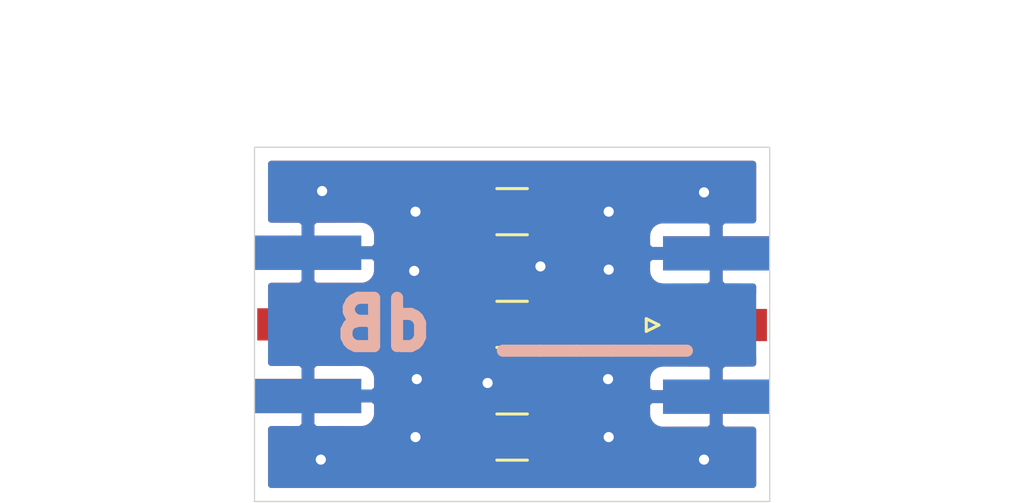
<source format=kicad_pcb>
(kicad_pcb (version 20171130) (host pcbnew "(5.1.10)-1")

  (general
    (thickness 1.6)
    (drawings 7)
    (tracks 18)
    (zones 0)
    (modules 5)
    (nets 4)
  )

  (page A4)
  (layers
    (0 F.Cu signal)
    (31 B.Cu signal)
    (32 B.Adhes user hide)
    (33 F.Adhes user hide)
    (34 B.Paste user)
    (35 F.Paste user)
    (36 B.SilkS user)
    (37 F.SilkS user)
    (38 B.Mask user hide)
    (39 F.Mask user hide)
    (40 Dwgs.User user)
    (41 Cmts.User user)
    (42 Eco1.User user)
    (43 Eco2.User user)
    (44 Edge.Cuts user)
    (45 Margin user)
    (46 B.CrtYd user)
    (47 F.CrtYd user)
    (48 B.Fab user)
    (49 F.Fab user)
  )

  (setup
    (last_trace_width 0.25)
    (user_trace_width 0.635)
    (trace_clearance 0.2)
    (zone_clearance 0.508)
    (zone_45_only no)
    (trace_min 0.2)
    (via_size 0.8)
    (via_drill 0.4)
    (via_min_size 0.4)
    (via_min_drill 0.3)
    (uvia_size 0.3)
    (uvia_drill 0.1)
    (uvias_allowed no)
    (uvia_min_size 0.2)
    (uvia_min_drill 0.1)
    (edge_width 0.05)
    (segment_width 0.2)
    (pcb_text_width 0.3)
    (pcb_text_size 1.5 1.5)
    (mod_edge_width 0.12)
    (mod_text_size 1 1)
    (mod_text_width 0.15)
    (pad_size 1.524 1.524)
    (pad_drill 0.762)
    (pad_to_mask_clearance 0)
    (aux_axis_origin 0 0)
    (grid_origin 27.94 22.86)
    (visible_elements 7FFFFF7F)
    (pcbplotparams
      (layerselection 0x010f0_ffffffff)
      (usegerberextensions true)
      (usegerberattributes true)
      (usegerberadvancedattributes true)
      (creategerberjobfile true)
      (excludeedgelayer true)
      (linewidth 0.100000)
      (plotframeref false)
      (viasonmask false)
      (mode 1)
      (useauxorigin true)
      (hpglpennumber 1)
      (hpglpenspeed 20)
      (hpglpendiameter 15.000000)
      (psnegative false)
      (psa4output false)
      (plotreference true)
      (plotvalue true)
      (plotinvisibletext false)
      (padsonsilk false)
      (subtractmaskfromsilk false)
      (outputformat 1)
      (mirror false)
      (drillshape 0)
      (scaleselection 1)
      (outputdirectory "PLOTS/"))
  )

  (net 0 "")
  (net 1 "Net-(P1-Pad1)")
  (net 2 "Net-(P6-Pad1)")
  (net 3 /G03)

  (net_class Default "This is the default net class."
    (clearance 0.2)
    (trace_width 0.25)
    (via_dia 0.8)
    (via_drill 0.4)
    (uvia_dia 0.3)
    (uvia_drill 0.1)
    (add_net /G03)
    (add_net "Net-(P1-Pad1)")
    (add_net "Net-(P6-Pad1)")
  )

  (module Resistor_SMD:R_1206_3216Metric_Pad1.42x1.75mm_HandSolder (layer F.Cu) (tedit 5B301BBD) (tstamp 6138F2F8)
    (at 38.1 25.4)
    (descr "Resistor SMD 1206 (3216 Metric), square (rectangular) end terminal, IPC_7351 nominal with elongated pad for handsoldering. (Body size source: http://www.tortai-tech.com/upload/download/2011102023233369053.pdf), generated with kicad-footprint-generator")
    (tags "resistor handsolder")
    (path /6139004A)
    (attr smd)
    (fp_text reference R1 (at 0 -1.82) (layer F.SilkS) hide
      (effects (font (size 1 1) (thickness 0.15)))
    )
    (fp_text value R_Small (at 0 1.82) (layer F.Fab) hide
      (effects (font (size 1 1) (thickness 0.15)))
    )
    (fp_line (start -1.6 0.8) (end -1.6 -0.8) (layer F.Fab) (width 0.1))
    (fp_line (start -1.6 -0.8) (end 1.6 -0.8) (layer F.Fab) (width 0.1))
    (fp_line (start 1.6 -0.8) (end 1.6 0.8) (layer F.Fab) (width 0.1))
    (fp_line (start 1.6 0.8) (end -1.6 0.8) (layer F.Fab) (width 0.1))
    (fp_line (start -0.602064 -0.91) (end 0.602064 -0.91) (layer F.SilkS) (width 0.12))
    (fp_line (start -0.602064 0.91) (end 0.602064 0.91) (layer F.SilkS) (width 0.12))
    (fp_line (start -2.45 1.12) (end -2.45 -1.12) (layer F.CrtYd) (width 0.05))
    (fp_line (start -2.45 -1.12) (end 2.45 -1.12) (layer F.CrtYd) (width 0.05))
    (fp_line (start 2.45 -1.12) (end 2.45 1.12) (layer F.CrtYd) (width 0.05))
    (fp_line (start 2.45 1.12) (end -2.45 1.12) (layer F.CrtYd) (width 0.05))
    (fp_text user %R (at 0 0) (layer F.Fab) hide
      (effects (font (size 0.8 0.8) (thickness 0.12)))
    )
    (pad 1 smd roundrect (at -1.4875 0) (size 1.425 1.75) (layers F.Cu F.Paste F.Mask) (roundrect_rratio 0.1754385964912281)
      (net 1 "Net-(P1-Pad1)"))
    (pad 2 smd roundrect (at 1.4875 0) (size 1.425 1.75) (layers F.Cu F.Paste F.Mask) (roundrect_rratio 0.1754385964912281)
      (net 3 /G03))
    (model ${KISYS3DMOD}/Resistor_SMD.3dshapes/R_1206_3216Metric.wrl
      (at (xyz 0 0 0))
      (scale (xyz 1 1 1))
      (rotate (xyz 0 0 0))
    )
  )

  (module Resistor_SMD:R_1206_3216Metric_Pad1.42x1.75mm_HandSolder (layer F.Cu) (tedit 5B301BBD) (tstamp 6138F34D)
    (at 38.1 29.845 180)
    (descr "Resistor SMD 1206 (3216 Metric), square (rectangular) end terminal, IPC_7351 nominal with elongated pad for handsoldering. (Body size source: http://www.tortai-tech.com/upload/download/2011102023233369053.pdf), generated with kicad-footprint-generator")
    (tags "resistor handsolder")
    (path /6139064F)
    (attr smd)
    (fp_text reference R2 (at 0 -1.82) (layer F.SilkS) hide
      (effects (font (size 1 1) (thickness 0.15)))
    )
    (fp_text value R_Small (at 0 1.82) (layer F.Fab) hide
      (effects (font (size 1 1) (thickness 0.15)))
    )
    (fp_line (start 2.45 1.12) (end -2.45 1.12) (layer F.CrtYd) (width 0.05))
    (fp_line (start 2.45 -1.12) (end 2.45 1.12) (layer F.CrtYd) (width 0.05))
    (fp_line (start -2.45 -1.12) (end 2.45 -1.12) (layer F.CrtYd) (width 0.05))
    (fp_line (start -2.45 1.12) (end -2.45 -1.12) (layer F.CrtYd) (width 0.05))
    (fp_line (start -0.602064 0.91) (end 0.602064 0.91) (layer F.SilkS) (width 0.12))
    (fp_line (start -0.602064 -0.91) (end 0.602064 -0.91) (layer F.SilkS) (width 0.12))
    (fp_line (start 1.6 0.8) (end -1.6 0.8) (layer F.Fab) (width 0.1))
    (fp_line (start 1.6 -0.8) (end 1.6 0.8) (layer F.Fab) (width 0.1))
    (fp_line (start -1.6 -0.8) (end 1.6 -0.8) (layer F.Fab) (width 0.1))
    (fp_line (start -1.6 0.8) (end -1.6 -0.8) (layer F.Fab) (width 0.1))
    (fp_text user %R (at 0 0) (layer F.Fab) hide
      (effects (font (size 0.8 0.8) (thickness 0.12)))
    )
    (pad 2 smd roundrect (at 1.4875 0 180) (size 1.425 1.75) (layers F.Cu F.Paste F.Mask) (roundrect_rratio 0.1754385964912281)
      (net 1 "Net-(P1-Pad1)"))
    (pad 1 smd roundrect (at -1.4875 0 180) (size 1.425 1.75) (layers F.Cu F.Paste F.Mask) (roundrect_rratio 0.1754385964912281)
      (net 2 "Net-(P6-Pad1)"))
    (model ${KISYS3DMOD}/Resistor_SMD.3dshapes/R_1206_3216Metric.wrl
      (at (xyz 0 0 0))
      (scale (xyz 1 1 1))
      (rotate (xyz 0 0 0))
    )
  )

  (module Resistor_SMD:R_1206_3216Metric_Pad1.42x1.75mm_HandSolder (layer F.Cu) (tedit 5B301BBD) (tstamp 6138F3A2)
    (at 38.1 34.29 180)
    (descr "Resistor SMD 1206 (3216 Metric), square (rectangular) end terminal, IPC_7351 nominal with elongated pad for handsoldering. (Body size source: http://www.tortai-tech.com/upload/download/2011102023233369053.pdf), generated with kicad-footprint-generator")
    (tags "resistor handsolder")
    (path /61390EE9)
    (attr smd)
    (fp_text reference R3 (at 0 -1.82) (layer F.SilkS) hide
      (effects (font (size 1 1) (thickness 0.15)))
    )
    (fp_text value R_Small (at 0 1.82) (layer F.Fab) hide
      (effects (font (size 1 1) (thickness 0.15)))
    )
    (fp_line (start -1.6 0.8) (end -1.6 -0.8) (layer F.Fab) (width 0.1))
    (fp_line (start -1.6 -0.8) (end 1.6 -0.8) (layer F.Fab) (width 0.1))
    (fp_line (start 1.6 -0.8) (end 1.6 0.8) (layer F.Fab) (width 0.1))
    (fp_line (start 1.6 0.8) (end -1.6 0.8) (layer F.Fab) (width 0.1))
    (fp_line (start -0.602064 -0.91) (end 0.602064 -0.91) (layer F.SilkS) (width 0.12))
    (fp_line (start -0.602064 0.91) (end 0.602064 0.91) (layer F.SilkS) (width 0.12))
    (fp_line (start -2.45 1.12) (end -2.45 -1.12) (layer F.CrtYd) (width 0.05))
    (fp_line (start -2.45 -1.12) (end 2.45 -1.12) (layer F.CrtYd) (width 0.05))
    (fp_line (start 2.45 -1.12) (end 2.45 1.12) (layer F.CrtYd) (width 0.05))
    (fp_line (start 2.45 1.12) (end -2.45 1.12) (layer F.CrtYd) (width 0.05))
    (fp_text user %R (at 0 0) (layer F.Fab) hide
      (effects (font (size 0.8 0.8) (thickness 0.12)))
    )
    (pad 1 smd roundrect (at -1.4875 0 180) (size 1.425 1.75) (layers F.Cu F.Paste F.Mask) (roundrect_rratio 0.1754385964912281)
      (net 2 "Net-(P6-Pad1)"))
    (pad 2 smd roundrect (at 1.4875 0 180) (size 1.425 1.75) (layers F.Cu F.Paste F.Mask) (roundrect_rratio 0.1754385964912281)
      (net 3 /G03))
    (model ${KISYS3DMOD}/Resistor_SMD.3dshapes/R_1206_3216Metric.wrl
      (at (xyz 0 0 0))
      (scale (xyz 1 1 1))
      (rotate (xyz 0 0 0))
    )
  )

  (module Connector_Coaxial:SMA_Samtec_SMA-J-P-H-ST-EM1_EdgeMount (layer F.Cu) (tedit 5BA382C0) (tstamp 615A06A1)
    (at 30.0482 29.845 180)
    (descr http://suddendocs.samtec.com/prints/sma-j-p-x-st-em1-mkt.pdf)
    (tags SMA)
    (path /6138F9CC)
    (attr smd)
    (fp_text reference P1 (at -3.5 0 90) (layer F.SilkS) hide
      (effects (font (size 1 1) (thickness 0.15)))
    )
    (fp_text value SMA (at 5 5.9) (layer F.Fab)
      (effects (font (size 1 1) (thickness 0.15)))
    )
    (fp_line (start 2.1 -3.5) (end 2.1 3.5) (layer Dwgs.User) (width 0.1))
    (fp_line (start 3 4.5) (end 3 4) (layer B.CrtYd) (width 0.05))
    (fp_line (start 12.12 4.5) (end 3 4.5) (layer B.CrtYd) (width 0.05))
    (fp_line (start 3 -4.5) (end 3 -4) (layer B.CrtYd) (width 0.05))
    (fp_line (start 12.12 -4.5) (end 3 -4.5) (layer B.CrtYd) (width 0.05))
    (fp_line (start 3 -4.5) (end 3 -4) (layer F.CrtYd) (width 0.05))
    (fp_line (start 12.12 -4.5) (end 3 -4.5) (layer F.CrtYd) (width 0.05))
    (fp_line (start 3 4.5) (end 3 4) (layer F.CrtYd) (width 0.05))
    (fp_line (start 12.12 4.5) (end 3 4.5) (layer F.CrtYd) (width 0.05))
    (fp_line (start -1.71 3.175) (end 11.62 3.175) (layer F.Fab) (width 0.1))
    (fp_line (start -1.71 2.365) (end -1.71 3.175) (layer F.Fab) (width 0.1))
    (fp_line (start 2.1 2.365) (end -1.71 2.365) (layer F.Fab) (width 0.1))
    (fp_line (start 2.1 -2.365) (end 2.1 2.365) (layer F.Fab) (width 0.1))
    (fp_line (start -1.71 -2.365) (end 2.1 -2.365) (layer F.Fab) (width 0.1))
    (fp_line (start -1.71 -3.175) (end -1.71 -2.365) (layer F.Fab) (width 0.1))
    (fp_line (start -1.71 -3.175) (end 11.62 -3.175) (layer F.Fab) (width 0.1))
    (fp_line (start 11.62 -3.165) (end 11.62 3.165) (layer F.Fab) (width 0.1))
    (fp_line (start -2.6 4) (end -2.6 -4) (layer B.CrtYd) (width 0.05))
    (fp_line (start 3 4) (end -2.6 4) (layer B.CrtYd) (width 0.05))
    (fp_line (start 12.12 -4.5) (end 12.12 4.5) (layer B.CrtYd) (width 0.05))
    (fp_line (start 3 -4) (end -2.6 -4) (layer B.CrtYd) (width 0.05))
    (fp_line (start -2.6 4) (end -2.6 -4) (layer F.CrtYd) (width 0.05))
    (fp_line (start 3 4) (end -2.6 4) (layer F.CrtYd) (width 0.05))
    (fp_line (start 12.12 -4.5) (end 12.12 4.5) (layer F.CrtYd) (width 0.05))
    (fp_line (start 3 -4) (end -2.6 -4) (layer F.CrtYd) (width 0.05))
    (fp_line (start 2.1 -0.75) (end 3.1 0) (layer F.Fab) (width 0.1))
    (fp_line (start 3.1 0) (end 2.1 0.75) (layer F.Fab) (width 0.1))
    (fp_line (start -2.26 0) (end -2.76 -0.25) (layer F.SilkS) (width 0.12))
    (fp_line (start -2.76 -0.25) (end -2.76 0.25) (layer F.SilkS) (width 0.12))
    (fp_line (start -2.76 0.25) (end -2.26 0) (layer F.SilkS) (width 0.12))
    (fp_text user "PCB Edge" (at 2.6 0 90) (layer Dwgs.User)
      (effects (font (size 0.5 0.5) (thickness 0.1)))
    )
    (fp_text user %R (at 4.79 0 270) (layer F.Fab)
      (effects (font (size 1 1) (thickness 0.15)))
    )
    (pad 1 smd rect (at 0.2 0 270) (size 1.27 3.6) (layers F.Cu F.Paste F.Mask)
      (net 1 "Net-(P1-Pad1)"))
    (pad 2 smd rect (at 0 -2.825 270) (size 1.35 4.2) (layers F.Cu F.Paste F.Mask)
      (net 3 /G03))
    (pad 2 smd rect (at 0 2.825 270) (size 1.35 4.2) (layers F.Cu F.Paste F.Mask)
      (net 3 /G03))
    (pad 2 smd rect (at 0 -2.825 270) (size 1.35 4.2) (layers B.Cu B.Paste B.Mask)
      (net 3 /G03))
    (pad 2 smd rect (at 0 2.825 270) (size 1.35 4.2) (layers B.Cu B.Paste B.Mask)
      (net 3 /G03))
    (model ${KISYS3DMOD}/Connector_Coaxial.3dshapes/SMA_Samtec_SMA-J-P-H-ST-EM1_EdgeMount.wrl
      (at (xyz 0 0 0))
      (scale (xyz 1 1 1))
      (rotate (xyz 0 0 0))
    )
  )

  (module Connector_Coaxial:SMA_Samtec_SMA-J-P-H-ST-EM1_EdgeMount (layer F.Cu) (tedit 5BA382C0) (tstamp 615A06C9)
    (at 46.1518 29.8704)
    (descr http://suddendocs.samtec.com/prints/sma-j-p-x-st-em1-mkt.pdf)
    (tags SMA)
    (path /6138EE5C)
    (attr smd)
    (fp_text reference P6 (at -3.5 0 90) (layer F.SilkS) hide
      (effects (font (size 1 1) (thickness 0.15)))
    )
    (fp_text value SMA (at 5 5.9) (layer F.Fab)
      (effects (font (size 1 1) (thickness 0.15)))
    )
    (fp_line (start -2.76 0.25) (end -2.26 0) (layer F.SilkS) (width 0.12))
    (fp_line (start -2.76 -0.25) (end -2.76 0.25) (layer F.SilkS) (width 0.12))
    (fp_line (start -2.26 0) (end -2.76 -0.25) (layer F.SilkS) (width 0.12))
    (fp_line (start 3.1 0) (end 2.1 0.75) (layer F.Fab) (width 0.1))
    (fp_line (start 2.1 -0.75) (end 3.1 0) (layer F.Fab) (width 0.1))
    (fp_line (start 3 -4) (end -2.6 -4) (layer F.CrtYd) (width 0.05))
    (fp_line (start 12.12 -4.5) (end 12.12 4.5) (layer F.CrtYd) (width 0.05))
    (fp_line (start 3 4) (end -2.6 4) (layer F.CrtYd) (width 0.05))
    (fp_line (start -2.6 4) (end -2.6 -4) (layer F.CrtYd) (width 0.05))
    (fp_line (start 3 -4) (end -2.6 -4) (layer B.CrtYd) (width 0.05))
    (fp_line (start 12.12 -4.5) (end 12.12 4.5) (layer B.CrtYd) (width 0.05))
    (fp_line (start 3 4) (end -2.6 4) (layer B.CrtYd) (width 0.05))
    (fp_line (start -2.6 4) (end -2.6 -4) (layer B.CrtYd) (width 0.05))
    (fp_line (start 11.62 -3.165) (end 11.62 3.165) (layer F.Fab) (width 0.1))
    (fp_line (start -1.71 -3.175) (end 11.62 -3.175) (layer F.Fab) (width 0.1))
    (fp_line (start -1.71 -3.175) (end -1.71 -2.365) (layer F.Fab) (width 0.1))
    (fp_line (start -1.71 -2.365) (end 2.1 -2.365) (layer F.Fab) (width 0.1))
    (fp_line (start 2.1 -2.365) (end 2.1 2.365) (layer F.Fab) (width 0.1))
    (fp_line (start 2.1 2.365) (end -1.71 2.365) (layer F.Fab) (width 0.1))
    (fp_line (start -1.71 2.365) (end -1.71 3.175) (layer F.Fab) (width 0.1))
    (fp_line (start -1.71 3.175) (end 11.62 3.175) (layer F.Fab) (width 0.1))
    (fp_line (start 12.12 4.5) (end 3 4.5) (layer F.CrtYd) (width 0.05))
    (fp_line (start 3 4.5) (end 3 4) (layer F.CrtYd) (width 0.05))
    (fp_line (start 12.12 -4.5) (end 3 -4.5) (layer F.CrtYd) (width 0.05))
    (fp_line (start 3 -4.5) (end 3 -4) (layer F.CrtYd) (width 0.05))
    (fp_line (start 12.12 -4.5) (end 3 -4.5) (layer B.CrtYd) (width 0.05))
    (fp_line (start 3 -4.5) (end 3 -4) (layer B.CrtYd) (width 0.05))
    (fp_line (start 12.12 4.5) (end 3 4.5) (layer B.CrtYd) (width 0.05))
    (fp_line (start 3 4.5) (end 3 4) (layer B.CrtYd) (width 0.05))
    (fp_line (start 2.1 -3.5) (end 2.1 3.5) (layer Dwgs.User) (width 0.1))
    (fp_text user %R (at 4.79 0 270) (layer F.Fab)
      (effects (font (size 1 1) (thickness 0.15)))
    )
    (fp_text user "PCB Edge" (at 2.6 0 90) (layer Dwgs.User)
      (effects (font (size 0.5 0.5) (thickness 0.1)))
    )
    (pad 2 smd rect (at 0 2.825 90) (size 1.35 4.2) (layers B.Cu B.Paste B.Mask)
      (net 3 /G03))
    (pad 2 smd rect (at 0 -2.825 90) (size 1.35 4.2) (layers B.Cu B.Paste B.Mask)
      (net 3 /G03))
    (pad 2 smd rect (at 0 2.825 90) (size 1.35 4.2) (layers F.Cu F.Paste F.Mask)
      (net 3 /G03))
    (pad 2 smd rect (at 0 -2.825 90) (size 1.35 4.2) (layers F.Cu F.Paste F.Mask)
      (net 3 /G03))
    (pad 1 smd rect (at 0.2 0 90) (size 1.27 3.6) (layers F.Cu F.Paste F.Mask)
      (net 2 "Net-(P6-Pad1)"))
    (model ${KISYS3DMOD}/Connector_Coaxial.3dshapes/SMA_Samtec_SMA-J-P-H-ST-EM1_EdgeMount.wrl
      (at (xyz 0 0 0))
      (scale (xyz 1 1 1))
      (rotate (xyz 0 0 0))
    )
  )

  (dimension 13.97 (width 0.15) (layer Dwgs.User)
    (gr_text "0.5500 in" (at 53.37 29.845 90) (layer Dwgs.User)
      (effects (font (size 1 1) (thickness 0.15)))
    )
    (feature1 (pts (xy 48.26 22.86) (xy 52.656421 22.86)))
    (feature2 (pts (xy 48.26 36.83) (xy 52.656421 36.83)))
    (crossbar (pts (xy 52.07 36.83) (xy 52.07 22.86)))
    (arrow1a (pts (xy 52.07 22.86) (xy 52.656421 23.986504)))
    (arrow1b (pts (xy 52.07 22.86) (xy 51.483579 23.986504)))
    (arrow2a (pts (xy 52.07 36.83) (xy 52.656421 35.703496)))
    (arrow2b (pts (xy 52.07 36.83) (xy 51.483579 35.703496)))
  )
  (gr_line (start 48.26 36.83) (end 48.26 22.86) (layer Edge.Cuts) (width 0.05) (tstamp 6144C5EB))
  (gr_line (start 27.94 36.83) (end 48.26 36.83) (layer Edge.Cuts) (width 0.05))
  (gr_line (start 27.94 22.86) (end 27.94 36.83) (layer Edge.Cuts) (width 0.05))
  (gr_text "_____  dB" (at 38.1 29.845) (layer B.SilkS)
    (effects (font (size 1.905 1.905) (thickness 0.47625)) (justify mirror))
  )
  (dimension 20.32 (width 0.15) (layer Dwgs.User)
    (gr_text "0.8000 in" (at 38.1 17.75) (layer Dwgs.User)
      (effects (font (size 1 1) (thickness 0.15)))
    )
    (feature1 (pts (xy 48.26 22.86) (xy 48.26 18.463579)))
    (feature2 (pts (xy 27.94 22.86) (xy 27.94 18.463579)))
    (crossbar (pts (xy 27.94 19.05) (xy 48.26 19.05)))
    (arrow1a (pts (xy 48.26 19.05) (xy 47.133496 19.636421)))
    (arrow1b (pts (xy 48.26 19.05) (xy 47.133496 18.463579)))
    (arrow2a (pts (xy 27.94 19.05) (xy 29.066504 19.636421)))
    (arrow2b (pts (xy 27.94 19.05) (xy 29.066504 18.463579)))
  )
  (gr_line (start 27.94 22.86) (end 48.26 22.86) (layer Edge.Cuts) (width 0.05))

  (segment (start 30.48 29.845) (end 36.6125 29.845) (width 0.635) (layer F.Cu) (net 1) (status 30))
  (segment (start 36.6125 25.4) (end 36.6125 29.845) (width 0.635) (layer F.Cu) (net 1) (status 30))
  (segment (start 45.72 29.845) (end 39.5875 29.845) (width 0.635) (layer F.Cu) (net 2) (status 30))
  (segment (start 39.5875 34.29) (end 39.5875 29.845) (width 0.635) (layer F.Cu) (net 2) (status 30))
  (via (at 34.29 25.4) (size 0.8) (drill 0.4) (layers F.Cu B.Cu) (net 3))
  (via (at 41.91 25.4) (size 0.8) (drill 0.4) (layers F.Cu B.Cu) (net 3))
  (via (at 41.91 34.29) (size 0.8) (drill 0.4) (layers F.Cu B.Cu) (net 3))
  (via (at 34.29 34.29) (size 0.8) (drill 0.4) (layers F.Cu B.Cu) (net 3))
  (via (at 34.2392 27.7368) (size 0.8) (drill 0.4) (layers F.Cu B.Cu) (net 3))
  (via (at 34.3408 32.004) (size 0.8) (drill 0.4) (layers F.Cu B.Cu) (net 3))
  (via (at 41.8846 32.004) (size 0.8) (drill 0.4) (layers F.Cu B.Cu) (net 3))
  (via (at 41.91 27.686) (size 0.8) (drill 0.4) (layers F.Cu B.Cu) (net 3))
  (via (at 30.607 24.5872) (size 0.8) (drill 0.4) (layers F.Cu B.Cu) (net 3))
  (via (at 45.6692 24.638) (size 0.8) (drill 0.4) (layers F.Cu B.Cu) (net 3))
  (via (at 45.6692 35.179) (size 0.8) (drill 0.4) (layers F.Cu B.Cu) (net 3))
  (via (at 30.5562 35.179) (size 0.8) (drill 0.4) (layers F.Cu B.Cu) (net 3))
  (via (at 37.1348 32.1564) (size 0.8) (drill 0.4) (layers F.Cu B.Cu) (net 3))
  (via (at 39.2176 27.559) (size 0.8) (drill 0.4) (layers F.Cu B.Cu) (net 3))

  (zone (net 3) (net_name /G03) (layer F.Cu) (tstamp 6144C72F) (hatch edge 0.508)
    (connect_pads (clearance 0.508))
    (min_thickness 0.254)
    (fill yes (arc_segments 32) (thermal_gap 0.508) (thermal_bridge_width 0.508))
    (polygon
      (pts
        (xy 48.2346 36.4744) (xy 27.9146 36.4744) (xy 27.9146 23.3426) (xy 48.2346 23.3426)
      )
    )
    (filled_polygon
      (pts
        (xy 47.600001 25.733432) (xy 46.43755 25.7354) (xy 46.2788 25.89415) (xy 46.2788 26.9184) (xy 46.2988 26.9184)
        (xy 46.2988 27.1724) (xy 46.2788 27.1724) (xy 46.2788 28.19665) (xy 46.43755 28.3554) (xy 47.600001 28.357368)
        (xy 47.600001 28.597328) (xy 44.5518 28.597328) (xy 44.427318 28.609588) (xy 44.30762 28.645898) (xy 44.197306 28.704863)
        (xy 44.100615 28.784215) (xy 44.021263 28.880906) (xy 44.015066 28.8925) (xy 40.874218 28.8925) (xy 40.870472 28.88015)
        (xy 40.788405 28.726614) (xy 40.677962 28.592038) (xy 40.543386 28.481595) (xy 40.38985 28.399528) (xy 40.223254 28.348992)
        (xy 40.05 28.331928) (xy 39.125 28.331928) (xy 38.951746 28.348992) (xy 38.78515 28.399528) (xy 38.631614 28.481595)
        (xy 38.497038 28.592038) (xy 38.386595 28.726614) (xy 38.304528 28.88015) (xy 38.253992 29.046746) (xy 38.236928 29.22)
        (xy 38.236928 30.47) (xy 38.253992 30.643254) (xy 38.304528 30.80985) (xy 38.386595 30.963386) (xy 38.497038 31.097962)
        (xy 38.631614 31.208405) (xy 38.635001 31.210215) (xy 38.635 32.924785) (xy 38.631614 32.926595) (xy 38.497038 33.037038)
        (xy 38.386595 33.171614) (xy 38.304528 33.32515) (xy 38.253992 33.491746) (xy 38.236928 33.665) (xy 38.236928 34.915)
        (xy 38.253992 35.088254) (xy 38.304528 35.25485) (xy 38.386595 35.408386) (xy 38.497038 35.542962) (xy 38.631614 35.653405)
        (xy 38.78515 35.735472) (xy 38.951746 35.786008) (xy 39.125 35.803072) (xy 40.05 35.803072) (xy 40.223254 35.786008)
        (xy 40.38985 35.735472) (xy 40.543386 35.653405) (xy 40.677962 35.542962) (xy 40.788405 35.408386) (xy 40.870472 35.25485)
        (xy 40.921008 35.088254) (xy 40.938072 34.915) (xy 40.938072 33.665) (xy 40.921008 33.491746) (xy 40.884199 33.3704)
        (xy 43.413728 33.3704) (xy 43.425988 33.494882) (xy 43.462298 33.61458) (xy 43.521263 33.724894) (xy 43.600615 33.821585)
        (xy 43.697306 33.900937) (xy 43.80762 33.959902) (xy 43.927318 33.996212) (xy 44.0518 34.008472) (xy 45.86605 34.0054)
        (xy 46.0248 33.84665) (xy 46.0248 32.8224) (xy 43.57555 32.8224) (xy 43.4168 32.98115) (xy 43.413728 33.3704)
        (xy 40.884199 33.3704) (xy 40.870472 33.32515) (xy 40.788405 33.171614) (xy 40.677962 33.037038) (xy 40.543386 32.926595)
        (xy 40.54 32.924785) (xy 40.54 32.0204) (xy 43.413728 32.0204) (xy 43.4168 32.40965) (xy 43.57555 32.5684)
        (xy 46.0248 32.5684) (xy 46.0248 31.54415) (xy 45.86605 31.3854) (xy 44.0518 31.382328) (xy 43.927318 31.394588)
        (xy 43.80762 31.430898) (xy 43.697306 31.489863) (xy 43.600615 31.569215) (xy 43.521263 31.665906) (xy 43.462298 31.77622)
        (xy 43.425988 31.895918) (xy 43.413728 32.0204) (xy 40.54 32.0204) (xy 40.54 31.210215) (xy 40.543386 31.208405)
        (xy 40.677962 31.097962) (xy 40.788405 30.963386) (xy 40.870472 30.80985) (xy 40.874218 30.7975) (xy 43.987912 30.7975)
        (xy 44.021263 30.859894) (xy 44.100615 30.956585) (xy 44.197306 31.035937) (xy 44.30762 31.094902) (xy 44.427318 31.131212)
        (xy 44.5518 31.143472) (xy 47.6 31.143472) (xy 47.6 31.383432) (xy 46.43755 31.3854) (xy 46.2788 31.54415)
        (xy 46.2788 32.5684) (xy 46.2988 32.5684) (xy 46.2988 32.8224) (xy 46.2788 32.8224) (xy 46.2788 33.84665)
        (xy 46.43755 34.0054) (xy 47.6 34.007368) (xy 47.6 36.17) (xy 28.6 36.17) (xy 28.6 35.165)
        (xy 35.261928 35.165) (xy 35.274188 35.289482) (xy 35.310498 35.40918) (xy 35.369463 35.519494) (xy 35.448815 35.616185)
        (xy 35.545506 35.695537) (xy 35.65582 35.754502) (xy 35.775518 35.790812) (xy 35.9 35.803072) (xy 36.32675 35.8)
        (xy 36.4855 35.64125) (xy 36.4855 34.417) (xy 36.7395 34.417) (xy 36.7395 35.64125) (xy 36.89825 35.8)
        (xy 37.325 35.803072) (xy 37.449482 35.790812) (xy 37.56918 35.754502) (xy 37.679494 35.695537) (xy 37.776185 35.616185)
        (xy 37.855537 35.519494) (xy 37.914502 35.40918) (xy 37.950812 35.289482) (xy 37.963072 35.165) (xy 37.96 34.57575)
        (xy 37.80125 34.417) (xy 36.7395 34.417) (xy 36.4855 34.417) (xy 35.42375 34.417) (xy 35.265 34.57575)
        (xy 35.261928 35.165) (xy 28.6 35.165) (xy 28.6 33.981968) (xy 29.76245 33.98) (xy 29.9212 33.82125)
        (xy 29.9212 32.797) (xy 30.1752 32.797) (xy 30.1752 33.82125) (xy 30.33395 33.98) (xy 32.1482 33.983072)
        (xy 32.272682 33.970812) (xy 32.39238 33.934502) (xy 32.502694 33.875537) (xy 32.599385 33.796185) (xy 32.678737 33.699494)
        (xy 32.737702 33.58918) (xy 32.774012 33.469482) (xy 32.779377 33.415) (xy 35.261928 33.415) (xy 35.265 34.00425)
        (xy 35.42375 34.163) (xy 36.4855 34.163) (xy 36.4855 32.93875) (xy 36.7395 32.93875) (xy 36.7395 34.163)
        (xy 37.80125 34.163) (xy 37.96 34.00425) (xy 37.963072 33.415) (xy 37.950812 33.290518) (xy 37.914502 33.17082)
        (xy 37.855537 33.060506) (xy 37.776185 32.963815) (xy 37.679494 32.884463) (xy 37.56918 32.825498) (xy 37.449482 32.789188)
        (xy 37.325 32.776928) (xy 36.89825 32.78) (xy 36.7395 32.93875) (xy 36.4855 32.93875) (xy 36.32675 32.78)
        (xy 35.9 32.776928) (xy 35.775518 32.789188) (xy 35.65582 32.825498) (xy 35.545506 32.884463) (xy 35.448815 32.963815)
        (xy 35.369463 33.060506) (xy 35.310498 33.17082) (xy 35.274188 33.290518) (xy 35.261928 33.415) (xy 32.779377 33.415)
        (xy 32.786272 33.345) (xy 32.7832 32.95575) (xy 32.62445 32.797) (xy 30.1752 32.797) (xy 29.9212 32.797)
        (xy 29.9012 32.797) (xy 29.9012 32.543) (xy 29.9212 32.543) (xy 29.9212 31.51875) (xy 30.1752 31.51875)
        (xy 30.1752 32.543) (xy 32.62445 32.543) (xy 32.7832 32.38425) (xy 32.786272 31.995) (xy 32.774012 31.870518)
        (xy 32.737702 31.75082) (xy 32.678737 31.640506) (xy 32.599385 31.543815) (xy 32.502694 31.464463) (xy 32.39238 31.405498)
        (xy 32.272682 31.369188) (xy 32.1482 31.356928) (xy 30.33395 31.36) (xy 30.1752 31.51875) (xy 29.9212 31.51875)
        (xy 29.76245 31.36) (xy 28.6 31.358032) (xy 28.6 31.118072) (xy 31.6482 31.118072) (xy 31.772682 31.105812)
        (xy 31.89238 31.069502) (xy 32.002694 31.010537) (xy 32.099385 30.931185) (xy 32.178737 30.834494) (xy 32.198511 30.7975)
        (xy 35.325782 30.7975) (xy 35.329528 30.80985) (xy 35.411595 30.963386) (xy 35.522038 31.097962) (xy 35.656614 31.208405)
        (xy 35.81015 31.290472) (xy 35.976746 31.341008) (xy 36.15 31.358072) (xy 37.075 31.358072) (xy 37.248254 31.341008)
        (xy 37.41485 31.290472) (xy 37.568386 31.208405) (xy 37.702962 31.097962) (xy 37.813405 30.963386) (xy 37.895472 30.80985)
        (xy 37.946008 30.643254) (xy 37.963072 30.47) (xy 37.963072 29.22) (xy 37.946008 29.046746) (xy 37.895472 28.88015)
        (xy 37.813405 28.726614) (xy 37.702962 28.592038) (xy 37.568386 28.481595) (xy 37.565 28.479785) (xy 37.565 27.7204)
        (xy 43.413728 27.7204) (xy 43.425988 27.844882) (xy 43.462298 27.96458) (xy 43.521263 28.074894) (xy 43.600615 28.171585)
        (xy 43.697306 28.250937) (xy 43.80762 28.309902) (xy 43.927318 28.346212) (xy 44.0518 28.358472) (xy 45.86605 28.3554)
        (xy 46.0248 28.19665) (xy 46.0248 27.1724) (xy 43.57555 27.1724) (xy 43.4168 27.33115) (xy 43.413728 27.7204)
        (xy 37.565 27.7204) (xy 37.565 26.765215) (xy 37.568386 26.763405) (xy 37.702962 26.652962) (xy 37.813405 26.518386)
        (xy 37.895472 26.36485) (xy 37.922727 26.275) (xy 38.236928 26.275) (xy 38.249188 26.399482) (xy 38.285498 26.51918)
        (xy 38.344463 26.629494) (xy 38.423815 26.726185) (xy 38.520506 26.805537) (xy 38.63082 26.864502) (xy 38.750518 26.900812)
        (xy 38.875 26.913072) (xy 39.30175 26.91) (xy 39.4605 26.75125) (xy 39.4605 25.527) (xy 39.7145 25.527)
        (xy 39.7145 26.75125) (xy 39.87325 26.91) (xy 40.3 26.913072) (xy 40.424482 26.900812) (xy 40.54418 26.864502)
        (xy 40.654494 26.805537) (xy 40.751185 26.726185) (xy 40.830537 26.629494) (xy 40.889502 26.51918) (xy 40.925812 26.399482)
        (xy 40.928676 26.3704) (xy 43.413728 26.3704) (xy 43.4168 26.75965) (xy 43.57555 26.9184) (xy 46.0248 26.9184)
        (xy 46.0248 25.89415) (xy 45.86605 25.7354) (xy 44.0518 25.732328) (xy 43.927318 25.744588) (xy 43.80762 25.780898)
        (xy 43.697306 25.839863) (xy 43.600615 25.919215) (xy 43.521263 26.015906) (xy 43.462298 26.12622) (xy 43.425988 26.245918)
        (xy 43.413728 26.3704) (xy 40.928676 26.3704) (xy 40.938072 26.275) (xy 40.935 25.68575) (xy 40.77625 25.527)
        (xy 39.7145 25.527) (xy 39.4605 25.527) (xy 38.39875 25.527) (xy 38.24 25.68575) (xy 38.236928 26.275)
        (xy 37.922727 26.275) (xy 37.946008 26.198254) (xy 37.963072 26.025) (xy 37.963072 24.775) (xy 37.946008 24.601746)
        (xy 37.922728 24.525) (xy 38.236928 24.525) (xy 38.24 25.11425) (xy 38.39875 25.273) (xy 39.4605 25.273)
        (xy 39.4605 24.04875) (xy 39.7145 24.04875) (xy 39.7145 25.273) (xy 40.77625 25.273) (xy 40.935 25.11425)
        (xy 40.938072 24.525) (xy 40.925812 24.400518) (xy 40.889502 24.28082) (xy 40.830537 24.170506) (xy 40.751185 24.073815)
        (xy 40.654494 23.994463) (xy 40.54418 23.935498) (xy 40.424482 23.899188) (xy 40.3 23.886928) (xy 39.87325 23.89)
        (xy 39.7145 24.04875) (xy 39.4605 24.04875) (xy 39.30175 23.89) (xy 38.875 23.886928) (xy 38.750518 23.899188)
        (xy 38.63082 23.935498) (xy 38.520506 23.994463) (xy 38.423815 24.073815) (xy 38.344463 24.170506) (xy 38.285498 24.28082)
        (xy 38.249188 24.400518) (xy 38.236928 24.525) (xy 37.922728 24.525) (xy 37.895472 24.43515) (xy 37.813405 24.281614)
        (xy 37.702962 24.147038) (xy 37.568386 24.036595) (xy 37.41485 23.954528) (xy 37.248254 23.903992) (xy 37.075 23.886928)
        (xy 36.15 23.886928) (xy 35.976746 23.903992) (xy 35.81015 23.954528) (xy 35.656614 24.036595) (xy 35.522038 24.147038)
        (xy 35.411595 24.281614) (xy 35.329528 24.43515) (xy 35.278992 24.601746) (xy 35.261928 24.775) (xy 35.261928 26.025)
        (xy 35.278992 26.198254) (xy 35.329528 26.36485) (xy 35.411595 26.518386) (xy 35.522038 26.652962) (xy 35.656614 26.763405)
        (xy 35.66 26.765215) (xy 35.660001 28.479785) (xy 35.656614 28.481595) (xy 35.522038 28.592038) (xy 35.411595 28.726614)
        (xy 35.329528 28.88015) (xy 35.325782 28.8925) (xy 32.198511 28.8925) (xy 32.178737 28.855506) (xy 32.099385 28.758815)
        (xy 32.002694 28.679463) (xy 31.89238 28.620498) (xy 31.772682 28.584188) (xy 31.6482 28.571928) (xy 28.6 28.571928)
        (xy 28.6 28.331968) (xy 29.76245 28.33) (xy 29.9212 28.17125) (xy 29.9212 27.147) (xy 30.1752 27.147)
        (xy 30.1752 28.17125) (xy 30.33395 28.33) (xy 32.1482 28.333072) (xy 32.272682 28.320812) (xy 32.39238 28.284502)
        (xy 32.502694 28.225537) (xy 32.599385 28.146185) (xy 32.678737 28.049494) (xy 32.737702 27.93918) (xy 32.774012 27.819482)
        (xy 32.786272 27.695) (xy 32.7832 27.30575) (xy 32.62445 27.147) (xy 30.1752 27.147) (xy 29.9212 27.147)
        (xy 29.9012 27.147) (xy 29.9012 26.893) (xy 29.9212 26.893) (xy 29.9212 25.86875) (xy 30.1752 25.86875)
        (xy 30.1752 26.893) (xy 32.62445 26.893) (xy 32.7832 26.73425) (xy 32.786272 26.345) (xy 32.774012 26.220518)
        (xy 32.737702 26.10082) (xy 32.678737 25.990506) (xy 32.599385 25.893815) (xy 32.502694 25.814463) (xy 32.39238 25.755498)
        (xy 32.272682 25.719188) (xy 32.1482 25.706928) (xy 30.33395 25.71) (xy 30.1752 25.86875) (xy 29.9212 25.86875)
        (xy 29.76245 25.71) (xy 28.6 25.708032) (xy 28.6 23.52) (xy 47.600001 23.52)
      )
    )
  )
  (zone (net 3) (net_name /G03) (layer B.Cu) (tstamp 6144C72C) (hatch edge 0.508)
    (connect_pads (clearance 0.508))
    (min_thickness 0.254)
    (fill yes (arc_segments 32) (thermal_gap 0.508) (thermal_bridge_width 0.508))
    (polygon
      (pts
        (xy 48.26 36.5252) (xy 27.8638 36.4236) (xy 27.9654 23.3426) (xy 48.2854 23.3426)
      )
    )
    (filled_polygon
      (pts
        (xy 47.600001 25.733432) (xy 46.43755 25.7354) (xy 46.2788 25.89415) (xy 46.2788 26.9184) (xy 46.2988 26.9184)
        (xy 46.2988 27.1724) (xy 46.2788 27.1724) (xy 46.2788 28.19665) (xy 46.43755 28.3554) (xy 47.600001 28.357368)
        (xy 47.6 31.383432) (xy 46.43755 31.3854) (xy 46.2788 31.54415) (xy 46.2788 32.5684) (xy 46.2988 32.5684)
        (xy 46.2988 32.8224) (xy 46.2788 32.8224) (xy 46.2788 33.84665) (xy 46.43755 34.0054) (xy 47.6 34.007368)
        (xy 47.6 36.17) (xy 28.6 36.17) (xy 28.6 33.981968) (xy 29.76245 33.98) (xy 29.9212 33.82125)
        (xy 29.9212 32.797) (xy 30.1752 32.797) (xy 30.1752 33.82125) (xy 30.33395 33.98) (xy 32.1482 33.983072)
        (xy 32.272682 33.970812) (xy 32.39238 33.934502) (xy 32.502694 33.875537) (xy 32.599385 33.796185) (xy 32.678737 33.699494)
        (xy 32.737702 33.58918) (xy 32.774012 33.469482) (xy 32.78377 33.3704) (xy 43.413728 33.3704) (xy 43.425988 33.494882)
        (xy 43.462298 33.61458) (xy 43.521263 33.724894) (xy 43.600615 33.821585) (xy 43.697306 33.900937) (xy 43.80762 33.959902)
        (xy 43.927318 33.996212) (xy 44.0518 34.008472) (xy 45.86605 34.0054) (xy 46.0248 33.84665) (xy 46.0248 32.8224)
        (xy 43.57555 32.8224) (xy 43.4168 32.98115) (xy 43.413728 33.3704) (xy 32.78377 33.3704) (xy 32.786272 33.345)
        (xy 32.7832 32.95575) (xy 32.62445 32.797) (xy 30.1752 32.797) (xy 29.9212 32.797) (xy 29.9012 32.797)
        (xy 29.9012 32.543) (xy 29.9212 32.543) (xy 29.9212 31.51875) (xy 30.1752 31.51875) (xy 30.1752 32.543)
        (xy 32.62445 32.543) (xy 32.7832 32.38425) (xy 32.786071 32.0204) (xy 43.413728 32.0204) (xy 43.4168 32.40965)
        (xy 43.57555 32.5684) (xy 46.0248 32.5684) (xy 46.0248 31.54415) (xy 45.86605 31.3854) (xy 44.0518 31.382328)
        (xy 43.927318 31.394588) (xy 43.80762 31.430898) (xy 43.697306 31.489863) (xy 43.600615 31.569215) (xy 43.521263 31.665906)
        (xy 43.462298 31.77622) (xy 43.425988 31.895918) (xy 43.413728 32.0204) (xy 32.786071 32.0204) (xy 32.786272 31.995)
        (xy 32.774012 31.870518) (xy 32.737702 31.75082) (xy 32.678737 31.640506) (xy 32.599385 31.543815) (xy 32.502694 31.464463)
        (xy 32.39238 31.405498) (xy 32.272682 31.369188) (xy 32.1482 31.356928) (xy 30.33395 31.36) (xy 30.1752 31.51875)
        (xy 29.9212 31.51875) (xy 29.76245 31.36) (xy 28.6 31.358032) (xy 28.6 28.331968) (xy 29.76245 28.33)
        (xy 29.9212 28.17125) (xy 29.9212 27.147) (xy 30.1752 27.147) (xy 30.1752 28.17125) (xy 30.33395 28.33)
        (xy 32.1482 28.333072) (xy 32.272682 28.320812) (xy 32.39238 28.284502) (xy 32.502694 28.225537) (xy 32.599385 28.146185)
        (xy 32.678737 28.049494) (xy 32.737702 27.93918) (xy 32.774012 27.819482) (xy 32.78377 27.7204) (xy 43.413728 27.7204)
        (xy 43.425988 27.844882) (xy 43.462298 27.96458) (xy 43.521263 28.074894) (xy 43.600615 28.171585) (xy 43.697306 28.250937)
        (xy 43.80762 28.309902) (xy 43.927318 28.346212) (xy 44.0518 28.358472) (xy 45.86605 28.3554) (xy 46.0248 28.19665)
        (xy 46.0248 27.1724) (xy 43.57555 27.1724) (xy 43.4168 27.33115) (xy 43.413728 27.7204) (xy 32.78377 27.7204)
        (xy 32.786272 27.695) (xy 32.7832 27.30575) (xy 32.62445 27.147) (xy 30.1752 27.147) (xy 29.9212 27.147)
        (xy 29.9012 27.147) (xy 29.9012 26.893) (xy 29.9212 26.893) (xy 29.9212 25.86875) (xy 30.1752 25.86875)
        (xy 30.1752 26.893) (xy 32.62445 26.893) (xy 32.7832 26.73425) (xy 32.786071 26.3704) (xy 43.413728 26.3704)
        (xy 43.4168 26.75965) (xy 43.57555 26.9184) (xy 46.0248 26.9184) (xy 46.0248 25.89415) (xy 45.86605 25.7354)
        (xy 44.0518 25.732328) (xy 43.927318 25.744588) (xy 43.80762 25.780898) (xy 43.697306 25.839863) (xy 43.600615 25.919215)
        (xy 43.521263 26.015906) (xy 43.462298 26.12622) (xy 43.425988 26.245918) (xy 43.413728 26.3704) (xy 32.786071 26.3704)
        (xy 32.786272 26.345) (xy 32.774012 26.220518) (xy 32.737702 26.10082) (xy 32.678737 25.990506) (xy 32.599385 25.893815)
        (xy 32.502694 25.814463) (xy 32.39238 25.755498) (xy 32.272682 25.719188) (xy 32.1482 25.706928) (xy 30.33395 25.71)
        (xy 30.1752 25.86875) (xy 29.9212 25.86875) (xy 29.76245 25.71) (xy 28.6 25.708032) (xy 28.6 23.52)
        (xy 47.600001 23.52)
      )
    )
  )
)

</source>
